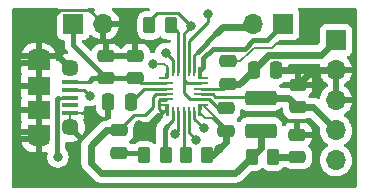
<source format=gbr>
%TF.GenerationSoftware,KiCad,Pcbnew,(6.0.11)*%
%TF.CreationDate,2023-10-05T10:27:58-03:00*%
%TF.ProjectId,gerenciador_de_bateria_2.0,67657265-6e63-4696-9164-6f725f64655f,rev?*%
%TF.SameCoordinates,Original*%
%TF.FileFunction,Copper,L1,Top*%
%TF.FilePolarity,Positive*%
%FSLAX46Y46*%
G04 Gerber Fmt 4.6, Leading zero omitted, Abs format (unit mm)*
G04 Created by KiCad (PCBNEW (6.0.11)) date 2023-10-05 10:27:58*
%MOMM*%
%LPD*%
G01*
G04 APERTURE LIST*
G04 Aperture macros list*
%AMRoundRect*
0 Rectangle with rounded corners*
0 $1 Rounding radius*
0 $2 $3 $4 $5 $6 $7 $8 $9 X,Y pos of 4 corners*
0 Add a 4 corners polygon primitive as box body*
4,1,4,$2,$3,$4,$5,$6,$7,$8,$9,$2,$3,0*
0 Add four circle primitives for the rounded corners*
1,1,$1+$1,$2,$3*
1,1,$1+$1,$4,$5*
1,1,$1+$1,$6,$7*
1,1,$1+$1,$8,$9*
0 Add four rect primitives between the rounded corners*
20,1,$1+$1,$2,$3,$4,$5,0*
20,1,$1+$1,$4,$5,$6,$7,0*
20,1,$1+$1,$6,$7,$8,$9,0*
20,1,$1+$1,$8,$9,$2,$3,0*%
G04 Aperture macros list end*
%TA.AperFunction,SMDPad,CuDef*%
%ADD10R,0.127000X0.127000*%
%TD*%
%TA.AperFunction,SMDPad,CuDef*%
%ADD11R,1.200000X0.200000*%
%TD*%
%TA.AperFunction,SMDPad,CuDef*%
%ADD12R,0.200000X0.800000*%
%TD*%
%TA.AperFunction,SMDPad,CuDef*%
%ADD13RoundRect,0.250000X0.475000X-0.250000X0.475000X0.250000X-0.475000X0.250000X-0.475000X-0.250000X0*%
%TD*%
%TA.AperFunction,SMDPad,CuDef*%
%ADD14RoundRect,0.250000X0.262500X0.450000X-0.262500X0.450000X-0.262500X-0.450000X0.262500X-0.450000X0*%
%TD*%
%TA.AperFunction,ComponentPad*%
%ADD15R,1.700000X1.700000*%
%TD*%
%TA.AperFunction,ComponentPad*%
%ADD16O,1.700000X1.700000*%
%TD*%
%TA.AperFunction,SMDPad,CuDef*%
%ADD17RoundRect,0.250000X-0.475000X0.250000X-0.475000X-0.250000X0.475000X-0.250000X0.475000X0.250000X0*%
%TD*%
%TA.AperFunction,SMDPad,CuDef*%
%ADD18R,1.900000X1.200000*%
%TD*%
%TA.AperFunction,SMDPad,CuDef*%
%ADD19R,1.900000X1.500000*%
%TD*%
%TA.AperFunction,ComponentPad*%
%ADD20C,1.450000*%
%TD*%
%TA.AperFunction,ComponentPad*%
%ADD21O,1.900000X1.200000*%
%TD*%
%TA.AperFunction,SMDPad,CuDef*%
%ADD22R,1.350000X0.400000*%
%TD*%
%TA.AperFunction,SMDPad,CuDef*%
%ADD23RoundRect,0.250000X-0.250000X-0.475000X0.250000X-0.475000X0.250000X0.475000X-0.250000X0.475000X0*%
%TD*%
%TA.AperFunction,SMDPad,CuDef*%
%ADD24RoundRect,0.250000X0.250000X0.475000X-0.250000X0.475000X-0.250000X-0.475000X0.250000X-0.475000X0*%
%TD*%
%TA.AperFunction,SMDPad,CuDef*%
%ADD25RoundRect,0.250000X-0.262500X-0.450000X0.262500X-0.450000X0.262500X0.450000X-0.262500X0.450000X0*%
%TD*%
%TA.AperFunction,SMDPad,CuDef*%
%ADD26RoundRect,0.250000X1.075000X-0.375000X1.075000X0.375000X-1.075000X0.375000X-1.075000X-0.375000X0*%
%TD*%
%TA.AperFunction,ViaPad*%
%ADD27C,0.800000*%
%TD*%
%TA.AperFunction,Conductor*%
%ADD28C,0.250000*%
%TD*%
%TA.AperFunction,Conductor*%
%ADD29C,0.200000*%
%TD*%
%TA.AperFunction,Conductor*%
%ADD30C,0.400000*%
%TD*%
%TA.AperFunction,Conductor*%
%ADD31C,0.600000*%
%TD*%
G04 APERTURE END LIST*
%TO.C,U1*%
G36*
X121650000Y-123825002D02*
G01*
X121150000Y-123825002D01*
X121150000Y-124150002D01*
X121050000Y-124150002D01*
X121050000Y-124650002D01*
X120850000Y-124650002D01*
X120850000Y-123625002D01*
X121650000Y-123625002D01*
X121650000Y-123825002D01*
G37*
G36*
X118350000Y-124649999D02*
G01*
X118150000Y-124649999D01*
X118150000Y-124149999D01*
X118050000Y-124149999D01*
X118050000Y-123824999D01*
X117550000Y-123824999D01*
X117550000Y-123624999D01*
X118350000Y-123624999D01*
X118350000Y-124649999D01*
G37*
G36*
X121050000Y-121049996D02*
G01*
X121150000Y-121049996D01*
X121150000Y-121374996D01*
X121650000Y-121374996D01*
X121650000Y-121574996D01*
X120850000Y-121574996D01*
X120850000Y-120549996D01*
X121050000Y-120549996D01*
X121050000Y-121049996D01*
G37*
G36*
X118350000Y-121424998D02*
G01*
X118200000Y-121574998D01*
X117550000Y-121574998D01*
X117550000Y-121374998D01*
X118050000Y-121374998D01*
X118050000Y-121049998D01*
X118150000Y-121049998D01*
X118150000Y-120549998D01*
X118350000Y-120549998D01*
X118350000Y-121424998D01*
G37*
%TD*%
D10*
%TO.P,U1,1*%
%TO.N,N/C*%
X117950000Y-121474998D03*
D11*
%TO.P,U1,2,IN*%
%TO.N,/VIN*%
X118150000Y-121925000D03*
%TO.P,U1,3,PMID*%
%TO.N,Net-(C3-Pad1)*%
X118150000Y-122374999D03*
%TO.P,U1,4,SW*%
%TO.N,Net-(C5-Pad2)*%
X118150000Y-122825001D03*
%TO.P,U1,5,PGND*%
%TO.N,GNDPWR*%
X118150000Y-123275000D03*
D10*
%TO.P,U1,6*%
%TO.N,N/C*%
X117950000Y-123724999D03*
%TO.P,U1,7,PGND*%
%TO.N,GNDPWR*%
X118250000Y-124249999D03*
D12*
%TO.P,U1,8,BST*%
%TO.N,Net-(R2-Pad1)*%
X118699999Y-124249999D03*
%TO.P,U1,9,STAT*%
%TO.N,Net-(D1-Pad1)*%
X119150001Y-124249999D03*
%TO.P,U1,10,INT*%
%TO.N,Net-(R10-Pad2)*%
X119600000Y-124249999D03*
%TO.P,U1,11,NTC*%
%TO.N,Net-(R4-Pad1)*%
X120049999Y-124249999D03*
%TO.P,U1,12,VNTC*%
%TO.N,Net-(C11-Pad2)*%
X120500001Y-124249999D03*
D10*
%TO.P,U1,13,VREF*%
%TO.N,/VREF*%
X120950000Y-124249999D03*
%TO.P,U1,14,VREF*%
X121250000Y-123725002D03*
D11*
%TO.P,U1,15,AGND*%
%TO.N,GNDA*%
X121050000Y-123275000D03*
%TO.P,U1,16,SYS*%
%TO.N,/SYS*%
X121050000Y-122825001D03*
%TO.P,U1,17,BATT*%
%TO.N,/BATT*%
X121050000Y-122374999D03*
%TO.P,U1,18,CE*%
%TO.N,GNDA*%
X121050000Y-121925000D03*
D10*
%TO.P,U1,19*%
%TO.N,N/C*%
X121250000Y-121475001D03*
%TO.P,U1,20,SCL*%
%TO.N,/SCL*%
X120950000Y-120950001D03*
D12*
%TO.P,U1,21,SDA*%
%TO.N,/SDA*%
X120500001Y-120950001D03*
%TO.P,U1,22,DISC*%
%TO.N,Net-(R1-Pad1)*%
X120049999Y-120950001D03*
%TO.P,U1,23,OTG*%
%TO.N,GNDA*%
X119600000Y-120950001D03*
%TO.P,U1,24,ILIM*%
%TO.N,Net-(RILIM1-Pad1)*%
X119150001Y-120950001D03*
%TO.P,U1,25,DM*%
%TO.N,Net-(U1-Pad25)*%
X118699999Y-120950001D03*
D10*
%TO.P,U1,26,DP*%
%TO.N,Net-(U1-Pad26)*%
X118250000Y-120950001D03*
%TD*%
D13*
%TO.P,C5,1*%
%TO.N,Net-(C5-Pad1)*%
X114120000Y-127800000D03*
%TO.P,C5,2*%
%TO.N,Net-(C5-Pad2)*%
X114120000Y-125900000D03*
%TD*%
D14*
%TO.P,R2,1*%
%TO.N,Net-(R2-Pad1)*%
X118108100Y-128016000D03*
%TO.P,R2,2*%
%TO.N,Net-(C5-Pad1)*%
X116283100Y-128016000D03*
%TD*%
D15*
%TO.P,J1,1,Pin_1*%
%TO.N,/BATT*%
X132500000Y-118267400D03*
D16*
%TO.P,J1,2,Pin_2*%
%TO.N,GNDPWR*%
X132500000Y-120807400D03*
%TO.P,J1,3,Pin_3*%
X132500000Y-123347400D03*
%TO.P,J1,4,Pin_4*%
%TO.N,/SYS*%
X132500000Y-125887400D03*
%TO.P,J1,5,Pin_5*%
%TO.N,/TERM*%
X132500000Y-128427400D03*
%TD*%
D17*
%TO.P,C9,1*%
%TO.N,GNDPWR*%
X123370000Y-120060000D03*
%TO.P,C9,2*%
%TO.N,/BATT*%
X123370000Y-121960000D03*
%TD*%
D18*
%TO.P,USB,6,GND*%
%TO.N,GNDPWR*%
X107322100Y-120233600D03*
D19*
X107322100Y-122133600D03*
D20*
X110022100Y-120633600D03*
D18*
X107322100Y-126033600D03*
D19*
X107322100Y-124133600D03*
D21*
X107322100Y-126633600D03*
X107322100Y-119633600D03*
D20*
X110022100Y-125633600D03*
D22*
%TO.P,USB,5,GND*%
X110022100Y-124433600D03*
%TO.P,USB,4,ID*%
%TO.N,unconnected-(U2-Pad4)*%
X110022100Y-123783600D03*
%TO.P,USB,3,D+*%
%TO.N,Net-(U1-Pad26)*%
X110022100Y-123133600D03*
%TO.P,USB,2,D-*%
%TO.N,Net-(U1-Pad25)*%
X110022100Y-122483600D03*
%TO.P,USB,1,VBUS*%
%TO.N,/VIN*%
X110022100Y-121833600D03*
%TD*%
D23*
%TO.P,C7,1*%
%TO.N,/BATT*%
X125530000Y-120750000D03*
%TO.P,C7,2*%
%TO.N,GNDPWR*%
X127430000Y-120750000D03*
%TD*%
D13*
%TO.P,C12,2*%
%TO.N,GNDPWR*%
X115530000Y-119570000D03*
%TO.P,C12,1*%
%TO.N,/VIN*%
X115530000Y-121470000D03*
%TD*%
D24*
%TO.P,C3,1*%
%TO.N,Net-(C3-Pad1)*%
X115120000Y-123530000D03*
%TO.P,C3,2*%
%TO.N,GNDPWR*%
X113220000Y-123530000D03*
%TD*%
D16*
%TO.P,GNDPWR,2,Pin_2*%
%TO.N,GNDPWR*%
X112820000Y-116870000D03*
D15*
%TO.P,GNDPWR,1,Pin_1*%
%TO.N,/VIN*%
X110280000Y-116870000D03*
%TD*%
D25*
%TO.P,R3,1*%
%TO.N,Net-(C5-Pad2)*%
X125376300Y-128117600D03*
%TO.P,R3,2*%
%TO.N,Net-(C6-Pad1)*%
X127201300Y-128117600D03*
%TD*%
D13*
%TO.P,C10,1*%
%TO.N,/SYS*%
X129270000Y-123940000D03*
%TO.P,C10,2*%
%TO.N,GNDPWR*%
X129270000Y-122040000D03*
%TD*%
D26*
%TO.P,L1,1,1*%
%TO.N,Net-(C5-Pad2)*%
X126140000Y-125920000D03*
%TO.P,L1,2,2*%
%TO.N,/SYS*%
X126140000Y-123120000D03*
%TD*%
D13*
%TO.P,C1,2*%
%TO.N,GNDPWR*%
X113060000Y-119590000D03*
%TO.P,C1,1*%
%TO.N,/VIN*%
X113060000Y-121490000D03*
%TD*%
D14*
%TO.P,RILIM1,2*%
%TO.N,GNDA*%
X116717500Y-117000000D03*
%TO.P,RILIM1,1*%
%TO.N,Net-(RILIM1-Pad1)*%
X118542500Y-117000000D03*
%TD*%
D13*
%TO.P,C4,1*%
%TO.N,/VREF*%
X123190000Y-125918000D03*
%TO.P,C4,2*%
%TO.N,GNDA*%
X123190000Y-124018000D03*
%TD*%
%TO.P,C6,1*%
%TO.N,Net-(C6-Pad1)*%
X129235200Y-128153200D03*
%TO.P,C6,2*%
%TO.N,GNDPWR*%
X129235200Y-126253200D03*
%TD*%
D16*
%TO.P,SDA,2,Pin_2*%
%TO.N,/SDA*%
X125520000Y-116880000D03*
D15*
%TO.P,SDA,1,Pin_1*%
%TO.N,/SCL*%
X128060000Y-116880000D03*
%TD*%
D14*
%TO.P,R10,1*%
%TO.N,/VREF*%
X121613300Y-128016000D03*
%TO.P,R10,2*%
%TO.N,Net-(R10-Pad2)*%
X119788300Y-128016000D03*
%TD*%
D27*
%TO.N,/VREF*%
X122631200Y-127457200D03*
%TO.N,GNDA*%
X120263447Y-117073446D03*
%TO.N,Net-(C11-Pad2)*%
X121305000Y-125705000D03*
%TO.N,Net-(D1-Pad1)*%
X118875500Y-126187200D03*
%TO.N,Net-(R1-Pad1)*%
X121650000Y-116070000D03*
%TO.N,Net-(R4-Pad1)*%
X120670000Y-126695200D03*
%TO.N,GNDPWR*%
X115800631Y-125448705D03*
%TO.N,Net-(U1-Pad25)*%
X118110000Y-119380000D03*
X111640000Y-122950000D03*
%TO.N,Net-(U1-Pad26)*%
X117010000Y-120240000D03*
X108960000Y-128150000D03*
%TD*%
D28*
%TO.N,GNDPWR*%
X117561500Y-123336499D02*
X118150000Y-123336499D01*
X117698000Y-124249999D02*
X117561500Y-124113499D01*
X118180000Y-124249999D02*
X117698000Y-124249999D01*
X117561500Y-124113499D02*
X117561500Y-123336499D01*
X117974400Y-124240000D02*
X117500400Y-124714000D01*
X118180000Y-124240000D02*
X117974400Y-124240000D01*
%TO.N,/SCL*%
X121000000Y-120880000D02*
X121259600Y-120620400D01*
X121259600Y-120620400D02*
X121259600Y-120548400D01*
D29*
%TO.N,/VREF*%
X121250000Y-123790000D02*
X122158800Y-124698800D01*
X122158800Y-124698800D02*
X122158800Y-124851200D01*
X121250000Y-123725002D02*
X121250000Y-123790000D01*
X120950000Y-124249999D02*
X120950000Y-124380000D01*
X120950000Y-124380000D02*
X121421200Y-124851200D01*
X121421200Y-124851200D02*
X122158800Y-124851200D01*
%TO.N,Net-(U1-Pad26)*%
X117970000Y-120240000D02*
X117010000Y-120240000D01*
D28*
%TO.N,/SYS*%
X126057600Y-123037600D02*
X126140000Y-123120000D01*
X122275600Y-123037600D02*
X126057600Y-123037600D01*
X122063001Y-122825001D02*
X122275600Y-123037600D01*
X121050000Y-122825001D02*
X122063001Y-122825001D01*
%TO.N,Net-(C3-Pad1)*%
X118150000Y-122374999D02*
X116275001Y-122374999D01*
X116275001Y-122374999D02*
X115120000Y-123530000D01*
D30*
%TO.N,/VREF*%
X122158800Y-124851200D02*
X123073200Y-125765600D01*
D31*
X123190000Y-126898400D02*
X123190000Y-125765600D01*
X122631200Y-127457200D02*
X123190000Y-126898400D01*
D30*
X123073200Y-125765600D02*
X123190000Y-125765600D01*
D31*
X122072400Y-128016000D02*
X121460900Y-128016000D01*
X122631200Y-127457200D02*
X122072400Y-128016000D01*
D28*
%TO.N,GNDA*%
X121050000Y-123275000D02*
X120165000Y-123275000D01*
X119600000Y-121650002D02*
X119874998Y-121925000D01*
X120263447Y-117073446D02*
X119600000Y-117736893D01*
X119874998Y-121925000D02*
X121050000Y-121925000D01*
X120165000Y-123275000D02*
X119600000Y-122710000D01*
X119600000Y-120950001D02*
X119600000Y-121650002D01*
X119600000Y-122710000D02*
X119600000Y-121650002D01*
X121751000Y-123275000D02*
X122494000Y-124018000D01*
X122494000Y-124018000D02*
X123190000Y-124018000D01*
X117390000Y-115960000D02*
X116717500Y-116632500D01*
X119600000Y-117736893D02*
X119600000Y-120950001D01*
X119150001Y-115960000D02*
X117390000Y-115960000D01*
X120263447Y-117073446D02*
X119150001Y-115960000D01*
X121050000Y-123275000D02*
X121751000Y-123275000D01*
X116717500Y-116632500D02*
X116717500Y-117000000D01*
D30*
%TO.N,Net-(C5-Pad1)*%
X114120000Y-127800000D02*
X116067100Y-127800000D01*
X116067100Y-127800000D02*
X116283100Y-128016000D01*
D31*
%TO.N,/SYS*%
X128450000Y-123120000D02*
X129270000Y-123940000D01*
X129270000Y-123940000D02*
X130552600Y-123940000D01*
X126140000Y-123120000D02*
X128450000Y-123120000D01*
X130552600Y-123940000D02*
X132500000Y-125887400D01*
D28*
%TO.N,Net-(C11-Pad2)*%
X121305000Y-125705000D02*
X120500001Y-124900001D01*
X120500001Y-124900001D02*
X120500001Y-124249999D01*
%TO.N,Net-(D1-Pad1)*%
X118875500Y-126187200D02*
X119150001Y-125912699D01*
X119150001Y-125912699D02*
X119150001Y-124249999D01*
D30*
%TO.N,/SCL*%
X125468000Y-118272000D02*
X124766400Y-118973600D01*
X124766400Y-118973600D02*
X122072400Y-118973600D01*
X128060000Y-116880000D02*
X126668000Y-118272000D01*
X121259600Y-120548400D02*
X121259600Y-119786400D01*
X121259600Y-119786400D02*
X122072400Y-118973600D01*
X126668000Y-118272000D02*
X125468000Y-118272000D01*
D28*
%TO.N,/SDA*%
X120500001Y-120950001D02*
X120500001Y-119529999D01*
X120500001Y-119529999D02*
X120802400Y-119227600D01*
D30*
X120802400Y-119227600D02*
X122377200Y-117652800D01*
D31*
X122377200Y-117652800D02*
X122920000Y-117110000D01*
X122920000Y-117110000D02*
X124650000Y-117110000D01*
D28*
%TO.N,Net-(C5-Pad2)*%
X115440000Y-124580000D02*
X114120000Y-125900000D01*
D31*
X126140000Y-125920000D02*
X126140000Y-127353900D01*
X111750000Y-127200000D02*
X111750000Y-128650000D01*
X114120000Y-125900000D02*
X113050000Y-125900000D01*
X111750000Y-128650000D02*
X112610000Y-129510000D01*
X113050000Y-125900000D02*
X111750000Y-127200000D01*
X123983900Y-129510000D02*
X125376300Y-128117600D01*
D28*
X116992400Y-123952000D02*
X116364400Y-124580000D01*
X116364400Y-124580000D02*
X115440000Y-124580000D01*
D31*
X112610000Y-129510000D02*
X123983900Y-129510000D01*
D28*
X117249999Y-122825001D02*
X116992400Y-123082600D01*
D31*
X126140000Y-127353900D02*
X125376300Y-128117600D01*
D28*
X118150000Y-122825001D02*
X117249999Y-122825001D01*
X116992400Y-123082600D02*
X116992400Y-123952000D01*
%TO.N,Net-(R1-Pad1)*%
X121650000Y-116712905D02*
X120049999Y-118312906D01*
X121650000Y-116070000D02*
X121650000Y-116712905D01*
X120049999Y-118312906D02*
X120049999Y-120950001D01*
%TO.N,Net-(R2-Pad1)*%
X118319000Y-125431000D02*
X118180000Y-125570000D01*
D30*
X118008400Y-125741600D02*
X118008400Y-127304800D01*
D28*
X118699999Y-125050001D02*
X118319000Y-125431000D01*
D30*
X118180000Y-125570000D02*
X118008400Y-125741600D01*
D28*
X118699999Y-124249999D02*
X118699999Y-125050001D01*
D31*
%TO.N,Net-(C6-Pad1)*%
X127201300Y-128117600D02*
X129199600Y-128117600D01*
X129199600Y-128117600D02*
X129235200Y-128153200D01*
D28*
%TO.N,Net-(R4-Pad1)*%
X120049999Y-126075199D02*
X120049999Y-124249999D01*
X120670000Y-126695200D02*
X120049999Y-126075199D01*
%TO.N,Net-(R10-Pad2)*%
X119600000Y-127491200D02*
X119600000Y-124249999D01*
%TO.N,Net-(RILIM1-Pad1)*%
X119150001Y-117607501D02*
X118542500Y-117000000D01*
X119150001Y-119057706D02*
X119150001Y-117607501D01*
X119150001Y-120950001D02*
X119150001Y-119057706D01*
D29*
%TO.N,GNDPWR*%
X128200000Y-118420000D02*
X129290000Y-118420000D01*
X123370000Y-120060000D02*
X124387107Y-120060000D01*
D31*
X132500000Y-120807400D02*
X130502600Y-120807400D01*
D28*
X107322100Y-117477900D02*
X109105000Y-115695000D01*
D29*
X110022100Y-124433600D02*
X110022100Y-125633600D01*
X128200000Y-118420000D02*
X128660000Y-118420000D01*
X127430000Y-118580000D02*
X127590000Y-118420000D01*
X127120000Y-118890000D02*
X127430000Y-118580000D01*
X125198554Y-119248553D02*
X125557107Y-118890000D01*
D31*
X115800631Y-125448705D02*
X116765695Y-125448705D01*
D29*
X126190000Y-118890000D02*
X127120000Y-118890000D01*
D31*
X130502600Y-120807400D02*
X129270000Y-122040000D01*
D29*
X127590000Y-118420000D02*
X128200000Y-118420000D01*
D28*
X111645000Y-115695000D02*
X112820000Y-116870000D01*
D31*
X130445200Y-120750000D02*
X130502600Y-120807400D01*
D29*
X110022100Y-124433600D02*
X111946400Y-124433600D01*
X124387107Y-120060000D02*
X125198554Y-119248553D01*
D31*
X127430000Y-120750000D02*
X130445200Y-120750000D01*
D29*
X129290000Y-118420000D02*
X130610000Y-117100000D01*
X125557107Y-118890000D02*
X126190000Y-118890000D01*
D31*
X116765695Y-125448705D02*
X117500400Y-124714000D01*
D28*
X107322100Y-119633600D02*
X107322100Y-117477900D01*
X109105000Y-115695000D02*
X111645000Y-115695000D01*
%TO.N,Net-(U1-Pad25)*%
X111173600Y-122483600D02*
X110022100Y-122483600D01*
X118699999Y-120950001D02*
X118699999Y-119969999D01*
X118699999Y-119969999D02*
X118110000Y-119380000D01*
X111640000Y-122950000D02*
X111173600Y-122483600D01*
D30*
%TO.N,Net-(U1-Pad26)*%
X108947100Y-123183600D02*
X108897100Y-123233600D01*
X108897100Y-128087100D02*
X108960000Y-128150000D01*
D29*
X117970000Y-120240000D02*
X118250000Y-120520000D01*
D30*
X108897100Y-123233600D02*
X108897100Y-128087100D01*
D28*
X108960000Y-123320700D02*
X109147100Y-123133600D01*
X108960000Y-128150000D02*
X108960000Y-123320700D01*
D29*
X118250000Y-120520000D02*
X118250000Y-120950001D01*
D28*
X109147100Y-123133600D02*
X110022100Y-123133600D01*
%TO.N,/VIN*%
X111546400Y-121833600D02*
X111700000Y-121680000D01*
D30*
X111890000Y-121490000D02*
X113060000Y-121490000D01*
X113060000Y-121490000D02*
X115510000Y-121490000D01*
X110280000Y-116870000D02*
X110280000Y-118710000D01*
X110280000Y-118710000D02*
X113060000Y-121490000D01*
D28*
X115985000Y-121925000D02*
X115530000Y-121470000D01*
X111496400Y-121833600D02*
X111546400Y-121833600D01*
X110022100Y-121833600D02*
X111496400Y-121833600D01*
D30*
X115510000Y-121490000D02*
X115530000Y-121470000D01*
X111700000Y-121680000D02*
X111890000Y-121490000D01*
D28*
X118150000Y-121925000D02*
X115985000Y-121925000D01*
%TO.N,/BATT*%
X122955001Y-122374999D02*
X121050000Y-122374999D01*
D31*
X124320000Y-121960000D02*
X125530000Y-120750000D01*
X123370000Y-121960000D02*
X124320000Y-121960000D01*
X126790000Y-119490000D02*
X131277400Y-119490000D01*
X131277400Y-119490000D02*
X132500000Y-118267400D01*
D28*
X123370000Y-121960000D02*
X122955001Y-122374999D01*
D31*
X125530000Y-120750000D02*
X126790000Y-119490000D01*
%TD*%
%TA.AperFunction,Conductor*%
%TO.N,GNDPWR*%
G36*
X108994068Y-115528502D02*
G01*
X109040561Y-115582158D01*
X109050665Y-115652432D01*
X109026773Y-115710065D01*
X109004753Y-115739447D01*
X108979385Y-115773295D01*
X108928255Y-115909684D01*
X108921500Y-115971866D01*
X108921500Y-117768134D01*
X108928255Y-117830316D01*
X108979385Y-117966705D01*
X109066739Y-118083261D01*
X109183295Y-118170615D01*
X109319684Y-118221745D01*
X109381866Y-118228500D01*
X109445500Y-118228500D01*
X109513621Y-118248502D01*
X109560114Y-118302158D01*
X109571500Y-118354500D01*
X109571500Y-118681088D01*
X109571208Y-118689658D01*
X109567964Y-118737249D01*
X109567275Y-118747352D01*
X109568580Y-118754829D01*
X109568580Y-118754830D01*
X109578261Y-118810299D01*
X109579223Y-118816821D01*
X109586898Y-118880242D01*
X109589581Y-118887343D01*
X109590222Y-118889952D01*
X109594685Y-118906262D01*
X109595450Y-118908798D01*
X109596757Y-118916284D01*
X109599811Y-118923241D01*
X109622442Y-118974795D01*
X109624933Y-118980899D01*
X109647513Y-119040656D01*
X109651817Y-119046919D01*
X109653054Y-119049285D01*
X109661299Y-119064097D01*
X109662632Y-119066351D01*
X109665685Y-119073305D01*
X109687153Y-119101281D01*
X109704579Y-119123991D01*
X109708459Y-119129332D01*
X109740339Y-119175720D01*
X109740344Y-119175725D01*
X109744643Y-119181981D01*
X109785549Y-119218427D01*
X109823104Y-119278674D01*
X109822125Y-119349664D01*
X109782921Y-119408855D01*
X109734341Y-119434209D01*
X109604088Y-119469110D01*
X109593796Y-119472856D01*
X109408232Y-119559386D01*
X109398737Y-119564869D01*
X109362903Y-119589960D01*
X109354527Y-119600439D01*
X109361595Y-119613885D01*
X110292215Y-120544505D01*
X110326241Y-120606817D01*
X110321176Y-120677632D01*
X110292215Y-120722695D01*
X110111195Y-120903715D01*
X110048883Y-120937741D01*
X109978068Y-120932676D01*
X109933005Y-120903715D01*
X109001664Y-119972374D01*
X108989890Y-119965944D01*
X108979339Y-119974107D01*
X108913221Y-119999970D01*
X108843616Y-119985982D01*
X108792623Y-119936583D01*
X108781342Y-119909948D01*
X108775625Y-119890476D01*
X108774234Y-119889271D01*
X108766551Y-119887600D01*
X107594215Y-119887600D01*
X107578976Y-119892075D01*
X107577771Y-119893465D01*
X107576100Y-119901148D01*
X107576100Y-127723485D01*
X107580575Y-127738724D01*
X107581965Y-127739929D01*
X107589648Y-127741600D01*
X107721932Y-127741600D01*
X107727908Y-127741315D01*
X107876594Y-127727129D01*
X107888328Y-127724870D01*
X107940628Y-127709527D01*
X108011624Y-127709544D01*
X108071341Y-127747942D01*
X108100819Y-127812530D01*
X108095930Y-127869367D01*
X108066458Y-127960072D01*
X108065768Y-127966633D01*
X108065768Y-127966635D01*
X108047552Y-128139949D01*
X108046496Y-128150000D01*
X108047186Y-128156565D01*
X108065212Y-128328070D01*
X108066458Y-128339928D01*
X108125473Y-128521556D01*
X108128776Y-128527278D01*
X108128777Y-128527279D01*
X108146549Y-128558061D01*
X108220960Y-128686944D01*
X108225378Y-128691851D01*
X108225379Y-128691852D01*
X108299872Y-128774585D01*
X108348747Y-128828866D01*
X108421443Y-128881683D01*
X108493249Y-128933853D01*
X108503248Y-128941118D01*
X108509276Y-128943802D01*
X108509278Y-128943803D01*
X108671681Y-129016109D01*
X108677712Y-129018794D01*
X108771113Y-129038647D01*
X108858056Y-129057128D01*
X108858061Y-129057128D01*
X108864513Y-129058500D01*
X109055487Y-129058500D01*
X109061939Y-129057128D01*
X109061944Y-129057128D01*
X109148887Y-129038647D01*
X109242288Y-129018794D01*
X109248319Y-129016109D01*
X109410722Y-128943803D01*
X109410724Y-128943802D01*
X109416752Y-128941118D01*
X109426752Y-128933853D01*
X109498557Y-128881683D01*
X109571253Y-128828866D01*
X109620128Y-128774585D01*
X109694621Y-128691852D01*
X109694622Y-128691851D01*
X109699040Y-128686944D01*
X109773451Y-128558061D01*
X109791223Y-128527279D01*
X109791224Y-128527278D01*
X109794527Y-128521556D01*
X109853542Y-128339928D01*
X109854789Y-128328070D01*
X109872814Y-128156565D01*
X109873504Y-128150000D01*
X109872448Y-128139949D01*
X109854232Y-127966635D01*
X109854232Y-127966633D01*
X109853542Y-127960072D01*
X109794527Y-127778444D01*
X109780461Y-127754080D01*
X109702341Y-127618774D01*
X109699040Y-127613056D01*
X109679953Y-127591857D01*
X109637964Y-127545224D01*
X109607246Y-127481217D01*
X109605600Y-127460914D01*
X109605600Y-126962701D01*
X109625602Y-126894580D01*
X109679258Y-126848087D01*
X109749532Y-126837983D01*
X109764211Y-126840994D01*
X109801859Y-126851082D01*
X109812654Y-126852985D01*
X110016625Y-126870831D01*
X110027575Y-126870831D01*
X110231546Y-126852985D01*
X110242341Y-126851082D01*
X110440112Y-126798090D01*
X110450404Y-126794344D01*
X110635968Y-126707814D01*
X110645463Y-126702331D01*
X110681297Y-126677240D01*
X110689673Y-126666761D01*
X110682605Y-126653315D01*
X109751985Y-125722695D01*
X109717959Y-125660383D01*
X109723024Y-125589568D01*
X109751985Y-125544505D01*
X109933005Y-125363485D01*
X109995317Y-125329459D01*
X110066132Y-125334524D01*
X110111195Y-125363485D01*
X111042536Y-126294826D01*
X111054311Y-126301256D01*
X111066326Y-126291960D01*
X111090831Y-126256963D01*
X111096314Y-126247468D01*
X111182844Y-126061904D01*
X111186590Y-126051612D01*
X111239582Y-125853841D01*
X111241485Y-125843046D01*
X111259331Y-125639075D01*
X111259331Y-125628125D01*
X111241485Y-125424154D01*
X111239582Y-125413359D01*
X111186590Y-125215588D01*
X111182844Y-125205296D01*
X111107611Y-125043959D01*
X111096950Y-124973767D01*
X111120979Y-124915145D01*
X111141886Y-124887248D01*
X111150424Y-124871654D01*
X111195578Y-124751206D01*
X111199205Y-124735951D01*
X111204731Y-124685086D01*
X111205100Y-124678272D01*
X111205100Y-124651715D01*
X111200625Y-124636476D01*
X111199235Y-124635271D01*
X111191552Y-124633600D01*
X111055984Y-124633600D01*
X110987863Y-124613598D01*
X110941370Y-124559942D01*
X110931266Y-124489668D01*
X110960760Y-124425088D01*
X110980419Y-124406774D01*
X110998178Y-124393465D01*
X111060361Y-124346861D01*
X111108342Y-124282840D01*
X111165201Y-124240325D01*
X111173670Y-124237509D01*
X111202223Y-124229125D01*
X111203428Y-124227735D01*
X111205099Y-124220052D01*
X111205099Y-124188931D01*
X111204729Y-124182110D01*
X111198352Y-124123393D01*
X111201098Y-124123095D01*
X111201040Y-124094154D01*
X111198845Y-124093916D01*
X111205231Y-124035131D01*
X111205600Y-124031734D01*
X111205600Y-123942059D01*
X111225602Y-123873938D01*
X111279258Y-123827445D01*
X111349532Y-123817341D01*
X111357797Y-123818812D01*
X111538056Y-123857128D01*
X111538061Y-123857128D01*
X111544513Y-123858500D01*
X111735487Y-123858500D01*
X111741939Y-123857128D01*
X111741944Y-123857128D01*
X111828888Y-123838647D01*
X111922288Y-123818794D01*
X112034752Y-123768722D01*
X112105119Y-123759288D01*
X112169416Y-123789394D01*
X112207230Y-123849483D01*
X112212001Y-123883829D01*
X112212001Y-124052095D01*
X112212338Y-124058614D01*
X112222257Y-124154206D01*
X112225149Y-124167600D01*
X112276588Y-124321784D01*
X112282761Y-124334962D01*
X112368063Y-124472807D01*
X112377099Y-124484208D01*
X112491829Y-124598739D01*
X112503240Y-124607751D01*
X112641243Y-124692816D01*
X112654424Y-124698963D01*
X112808710Y-124750138D01*
X112822086Y-124753005D01*
X112916438Y-124762672D01*
X112922854Y-124763000D01*
X112947885Y-124763000D01*
X112963124Y-124758525D01*
X112964329Y-124757135D01*
X112966000Y-124749452D01*
X112966000Y-123402000D01*
X112986002Y-123333879D01*
X113039658Y-123287386D01*
X113092000Y-123276000D01*
X113348000Y-123276000D01*
X113416121Y-123296002D01*
X113462614Y-123349658D01*
X113474000Y-123402000D01*
X113474000Y-124744884D01*
X113483239Y-124776349D01*
X113483239Y-124847345D01*
X113444855Y-124907072D01*
X113402220Y-124931370D01*
X113328007Y-124956130D01*
X113328005Y-124956131D01*
X113321054Y-124958450D01*
X113239415Y-125008970D01*
X113180429Y-125045472D01*
X113170652Y-125051522D01*
X113165479Y-125056704D01*
X113159745Y-125061249D01*
X113158419Y-125059576D01*
X113105375Y-125088598D01*
X113078489Y-125091500D01*
X113059260Y-125091500D01*
X113057941Y-125091493D01*
X112967779Y-125090549D01*
X112960893Y-125092038D01*
X112960891Y-125092038D01*
X112951563Y-125094055D01*
X112925403Y-125099711D01*
X112912837Y-125101769D01*
X112869745Y-125106603D01*
X112863094Y-125108919D01*
X112863090Y-125108920D01*
X112838070Y-125117633D01*
X112823257Y-125121796D01*
X112790490Y-125128881D01*
X112751189Y-125147207D01*
X112739406Y-125151992D01*
X112698448Y-125166255D01*
X112692471Y-125169990D01*
X112670016Y-125184021D01*
X112656499Y-125191360D01*
X112632481Y-125202560D01*
X112632477Y-125202562D01*
X112626098Y-125205537D01*
X112620534Y-125209853D01*
X112620532Y-125209854D01*
X112591840Y-125232109D01*
X112581385Y-125239403D01*
X112563780Y-125250404D01*
X112544624Y-125262374D01*
X112539627Y-125267336D01*
X112539626Y-125267337D01*
X112515821Y-125290976D01*
X112515196Y-125291561D01*
X112514530Y-125292078D01*
X112488540Y-125318068D01*
X112415918Y-125390185D01*
X112415260Y-125391222D01*
X112414157Y-125392451D01*
X111184842Y-126621766D01*
X111183905Y-126622694D01*
X111124935Y-126680442D01*
X111119493Y-126685771D01*
X111096002Y-126722221D01*
X111088583Y-126732546D01*
X111061524Y-126766443D01*
X111058459Y-126772784D01*
X111058458Y-126772785D01*
X111046928Y-126796637D01*
X111039399Y-126810054D01*
X111021235Y-126838238D01*
X111018827Y-126844855D01*
X111018824Y-126844860D01*
X111006408Y-126878973D01*
X111001447Y-126890716D01*
X110985646Y-126923403D01*
X110985644Y-126923408D01*
X110982579Y-126929749D01*
X110980996Y-126936607D01*
X110980995Y-126936609D01*
X110975035Y-126962426D01*
X110970668Y-126977169D01*
X110959197Y-127008685D01*
X110958314Y-127015675D01*
X110958312Y-127015683D01*
X110953762Y-127051701D01*
X110951526Y-127064253D01*
X110944121Y-127096329D01*
X110941776Y-127106485D01*
X110941751Y-127113531D01*
X110941751Y-127113534D01*
X110941634Y-127147056D01*
X110941605Y-127147938D01*
X110941500Y-127148769D01*
X110941500Y-127185419D01*
X110941499Y-127185859D01*
X110941192Y-127273907D01*
X110941143Y-127287870D01*
X110941411Y-127289070D01*
X110941500Y-127290707D01*
X110941500Y-128640786D01*
X110941493Y-128642106D01*
X110940549Y-128732221D01*
X110949711Y-128774597D01*
X110951769Y-128787163D01*
X110956603Y-128830255D01*
X110958919Y-128836906D01*
X110958920Y-128836910D01*
X110967633Y-128861930D01*
X110971796Y-128876742D01*
X110978881Y-128909510D01*
X110997208Y-128948813D01*
X111001990Y-128960589D01*
X111016255Y-129001552D01*
X111019989Y-129007527D01*
X111019990Y-129007530D01*
X111034027Y-129029995D01*
X111041366Y-129043512D01*
X111052559Y-129067514D01*
X111055538Y-129073902D01*
X111059855Y-129079467D01*
X111059856Y-129079469D01*
X111082106Y-129108153D01*
X111089402Y-129118612D01*
X111108106Y-129148545D01*
X111112374Y-129155376D01*
X111117334Y-129160371D01*
X111117335Y-129160372D01*
X111140976Y-129184179D01*
X111141561Y-129184804D01*
X111142078Y-129185470D01*
X111168064Y-129211456D01*
X111192825Y-129236390D01*
X111240185Y-129284082D01*
X111241222Y-129284740D01*
X111242446Y-129285838D01*
X112031720Y-130075111D01*
X112032649Y-130076049D01*
X112072021Y-130116254D01*
X112095771Y-130140507D01*
X112101690Y-130144322D01*
X112101698Y-130144328D01*
X112132214Y-130163994D01*
X112142559Y-130171427D01*
X112176443Y-130198476D01*
X112182782Y-130201540D01*
X112182783Y-130201541D01*
X112206637Y-130213072D01*
X112220054Y-130220601D01*
X112248238Y-130238765D01*
X112254855Y-130241173D01*
X112254860Y-130241176D01*
X112288973Y-130253592D01*
X112300716Y-130258553D01*
X112333400Y-130274353D01*
X112333409Y-130274356D01*
X112339749Y-130277421D01*
X112346614Y-130279006D01*
X112372428Y-130284966D01*
X112387168Y-130289332D01*
X112418685Y-130300803D01*
X112425670Y-130301685D01*
X112425677Y-130301687D01*
X112461692Y-130306237D01*
X112474243Y-130308472D01*
X112516485Y-130318225D01*
X112523529Y-130318250D01*
X112523533Y-130318250D01*
X112557074Y-130318367D01*
X112557943Y-130318396D01*
X112558769Y-130318500D01*
X112595133Y-130318500D01*
X112595573Y-130318501D01*
X112694336Y-130318846D01*
X112694342Y-130318846D01*
X112697870Y-130318858D01*
X112699073Y-130318589D01*
X112700717Y-130318500D01*
X123974686Y-130318500D01*
X123976006Y-130318507D01*
X124066121Y-130319451D01*
X124108497Y-130310289D01*
X124121063Y-130308231D01*
X124164155Y-130303397D01*
X124170806Y-130301081D01*
X124170810Y-130301080D01*
X124195830Y-130292367D01*
X124210642Y-130288204D01*
X124236519Y-130282609D01*
X124243410Y-130281119D01*
X124282713Y-130262792D01*
X124294489Y-130258010D01*
X124335452Y-130243745D01*
X124341427Y-130240011D01*
X124341430Y-130240010D01*
X124363895Y-130225973D01*
X124377412Y-130218634D01*
X124401414Y-130207441D01*
X124401415Y-130207440D01*
X124407802Y-130204462D01*
X124442053Y-130177894D01*
X124452512Y-130170598D01*
X124483304Y-130151358D01*
X124483307Y-130151356D01*
X124489276Y-130147626D01*
X124518079Y-130119024D01*
X124518704Y-130118439D01*
X124519370Y-130117922D01*
X124545360Y-130091932D01*
X124617982Y-130019815D01*
X124618640Y-130018778D01*
X124619743Y-130017549D01*
X125274287Y-129363005D01*
X125336599Y-129328979D01*
X125363382Y-129326100D01*
X125689200Y-129326100D01*
X125692446Y-129325763D01*
X125692450Y-129325763D01*
X125788108Y-129315838D01*
X125788112Y-129315837D01*
X125794966Y-129315126D01*
X125801502Y-129312945D01*
X125801504Y-129312945D01*
X125933606Y-129268872D01*
X125962746Y-129259150D01*
X126113148Y-129166078D01*
X126199584Y-129079491D01*
X126261866Y-129045412D01*
X126332686Y-129050415D01*
X126377775Y-129079336D01*
X126411694Y-129113196D01*
X126465497Y-129166905D01*
X126471727Y-129170745D01*
X126471728Y-129170746D01*
X126608890Y-129255294D01*
X126616062Y-129259715D01*
X126681995Y-129281584D01*
X126777411Y-129313232D01*
X126777413Y-129313232D01*
X126783939Y-129315397D01*
X126790775Y-129316097D01*
X126790778Y-129316098D01*
X126833831Y-129320509D01*
X126888400Y-129326100D01*
X127514200Y-129326100D01*
X127517446Y-129325763D01*
X127517450Y-129325763D01*
X127613108Y-129315838D01*
X127613112Y-129315837D01*
X127619966Y-129315126D01*
X127626502Y-129312945D01*
X127626504Y-129312945D01*
X127758606Y-129268872D01*
X127787746Y-129259150D01*
X127938148Y-129166078D01*
X128063105Y-129040903D01*
X128079440Y-129014403D01*
X128132213Y-128966909D01*
X128202284Y-128955486D01*
X128267408Y-128983761D01*
X128275716Y-128991344D01*
X128281715Y-128997333D01*
X128281720Y-128997337D01*
X128286897Y-129002505D01*
X128293127Y-129006345D01*
X128293128Y-129006346D01*
X128430290Y-129090894D01*
X128437462Y-129095315D01*
X128476168Y-129108153D01*
X128598811Y-129148832D01*
X128598813Y-129148832D01*
X128605339Y-129150997D01*
X128612175Y-129151697D01*
X128612178Y-129151698D01*
X128655231Y-129156109D01*
X128709800Y-129161700D01*
X129760600Y-129161700D01*
X129763846Y-129161363D01*
X129763850Y-129161363D01*
X129859508Y-129151438D01*
X129859512Y-129151437D01*
X129866366Y-129150726D01*
X129872902Y-129148545D01*
X129872904Y-129148545D01*
X130005006Y-129104472D01*
X130034146Y-129094750D01*
X130184548Y-129001678D01*
X130309505Y-128876503D01*
X130335064Y-128835039D01*
X130398475Y-128732168D01*
X130398476Y-128732166D01*
X130402315Y-128725938D01*
X130430342Y-128641438D01*
X130455832Y-128564589D01*
X130455832Y-128564587D01*
X130457997Y-128558061D01*
X130468700Y-128453600D01*
X130468700Y-127852800D01*
X130466799Y-127834479D01*
X130458438Y-127753892D01*
X130458437Y-127753888D01*
X130457726Y-127747034D01*
X130453957Y-127735735D01*
X130404068Y-127586202D01*
X130401750Y-127579254D01*
X130308678Y-127428852D01*
X130272791Y-127393027D01*
X130188686Y-127309069D01*
X130183503Y-127303895D01*
X130178965Y-127301098D01*
X130138376Y-127243847D01*
X130135146Y-127172924D01*
X130170772Y-127111513D01*
X130179268Y-127104138D01*
X130189407Y-127096102D01*
X130303939Y-126981371D01*
X130312951Y-126969960D01*
X130398016Y-126831957D01*
X130404163Y-126818776D01*
X130455338Y-126664490D01*
X130458205Y-126651114D01*
X130467872Y-126556762D01*
X130468200Y-126550346D01*
X130468200Y-126525315D01*
X130463725Y-126510076D01*
X130462335Y-126508871D01*
X130454652Y-126507200D01*
X129107200Y-126507200D01*
X129039079Y-126487198D01*
X128992586Y-126433542D01*
X128981200Y-126381200D01*
X128981200Y-125981085D01*
X129489200Y-125981085D01*
X129493675Y-125996324D01*
X129495065Y-125997529D01*
X129502748Y-125999200D01*
X130450084Y-125999200D01*
X130465323Y-125994725D01*
X130466528Y-125993335D01*
X130468199Y-125985652D01*
X130468199Y-125956105D01*
X130467862Y-125949586D01*
X130457943Y-125853994D01*
X130455051Y-125840600D01*
X130403612Y-125686416D01*
X130397439Y-125673238D01*
X130312137Y-125535393D01*
X130303101Y-125523992D01*
X130188371Y-125409461D01*
X130176960Y-125400449D01*
X130038957Y-125315384D01*
X130025776Y-125309237D01*
X129871490Y-125258062D01*
X129858114Y-125255195D01*
X129763762Y-125245528D01*
X129757345Y-125245200D01*
X129507315Y-125245200D01*
X129492076Y-125249675D01*
X129490871Y-125251065D01*
X129489200Y-125258748D01*
X129489200Y-125981085D01*
X128981200Y-125981085D01*
X128981200Y-125263316D01*
X128976725Y-125248077D01*
X128975335Y-125246872D01*
X128967652Y-125245201D01*
X128713105Y-125245201D01*
X128706586Y-125245538D01*
X128610994Y-125255457D01*
X128597600Y-125258349D01*
X128443416Y-125309788D01*
X128430238Y-125315961D01*
X128292393Y-125401263D01*
X128280992Y-125410299D01*
X128181688Y-125509776D01*
X128119405Y-125543855D01*
X128048585Y-125538852D01*
X127991713Y-125496355D01*
X127967188Y-125433763D01*
X127965865Y-125421013D01*
X127962526Y-125388834D01*
X127959941Y-125381084D01*
X127908868Y-125228002D01*
X127906550Y-125221054D01*
X127813478Y-125070652D01*
X127688303Y-124945695D01*
X127682072Y-124941854D01*
X127543968Y-124856725D01*
X127543966Y-124856724D01*
X127537738Y-124852885D01*
X127400873Y-124807489D01*
X127376389Y-124799368D01*
X127376387Y-124799368D01*
X127369861Y-124797203D01*
X127363025Y-124796503D01*
X127363022Y-124796502D01*
X127319969Y-124792091D01*
X127265400Y-124786500D01*
X125014600Y-124786500D01*
X125011354Y-124786837D01*
X125011350Y-124786837D01*
X124915692Y-124796762D01*
X124915688Y-124796763D01*
X124908834Y-124797474D01*
X124902298Y-124799655D01*
X124902296Y-124799655D01*
X124822354Y-124826326D01*
X124741054Y-124853450D01*
X124590652Y-124946522D01*
X124465695Y-125071697D01*
X124461855Y-125077927D01*
X124461854Y-125077928D01*
X124425693Y-125136592D01*
X124372921Y-125184085D01*
X124302849Y-125195509D01*
X124237725Y-125167235D01*
X124229423Y-125159656D01*
X124138303Y-125068695D01*
X124134084Y-125066094D01*
X124093583Y-125008970D01*
X124090351Y-124938047D01*
X124125976Y-124876635D01*
X124133530Y-124870078D01*
X124139348Y-124866478D01*
X124264305Y-124741303D01*
X124268146Y-124735072D01*
X124353275Y-124596968D01*
X124353276Y-124596966D01*
X124357115Y-124590738D01*
X124398630Y-124465574D01*
X124410632Y-124429389D01*
X124410632Y-124429387D01*
X124412797Y-124422861D01*
X124416724Y-124384539D01*
X124419985Y-124352704D01*
X124423500Y-124318400D01*
X124423500Y-124216309D01*
X124443502Y-124148188D01*
X124497158Y-124101695D01*
X124567432Y-124091591D01*
X124615616Y-124109049D01*
X124735090Y-124182694D01*
X124742262Y-124187115D01*
X124822005Y-124213564D01*
X124903611Y-124240632D01*
X124903613Y-124240632D01*
X124910139Y-124242797D01*
X124916975Y-124243497D01*
X124916978Y-124243498D01*
X124960031Y-124247909D01*
X125014600Y-124253500D01*
X127265400Y-124253500D01*
X127268646Y-124253163D01*
X127268650Y-124253163D01*
X127364308Y-124243238D01*
X127364312Y-124243237D01*
X127371166Y-124242526D01*
X127377702Y-124240345D01*
X127377704Y-124240345D01*
X127509806Y-124196272D01*
X127538946Y-124186550D01*
X127689348Y-124093478D01*
X127814305Y-123968303D01*
X127815945Y-123969941D01*
X127864744Y-123935344D01*
X127905706Y-123928500D01*
X127910500Y-123928500D01*
X127978621Y-123948502D01*
X128025114Y-124002158D01*
X128036500Y-124054500D01*
X128036500Y-124240400D01*
X128036837Y-124243646D01*
X128036837Y-124243650D01*
X128046312Y-124334962D01*
X128047474Y-124346166D01*
X128049655Y-124352702D01*
X128049655Y-124352704D01*
X128078186Y-124438220D01*
X128103450Y-124513946D01*
X128196522Y-124664348D01*
X128201704Y-124669521D01*
X128217296Y-124685086D01*
X128321697Y-124789305D01*
X128327927Y-124793145D01*
X128327928Y-124793146D01*
X128465095Y-124877697D01*
X128472262Y-124882115D01*
X128525771Y-124899863D01*
X128633611Y-124935632D01*
X128633613Y-124935632D01*
X128640139Y-124937797D01*
X128646975Y-124938497D01*
X128646978Y-124938498D01*
X128679735Y-124941854D01*
X128744600Y-124948500D01*
X129795400Y-124948500D01*
X129798646Y-124948163D01*
X129798650Y-124948163D01*
X129894308Y-124938238D01*
X129894312Y-124938237D01*
X129901166Y-124937526D01*
X129907702Y-124935345D01*
X129907704Y-124935345D01*
X130051867Y-124887248D01*
X130068946Y-124881550D01*
X130158187Y-124826326D01*
X130226638Y-124807489D01*
X130294408Y-124828651D01*
X130313584Y-124844376D01*
X131112622Y-125643414D01*
X131146648Y-125705726D01*
X131148814Y-125745895D01*
X131137251Y-125854095D01*
X131137548Y-125859248D01*
X131137548Y-125859251D01*
X131149233Y-126061904D01*
X131150110Y-126077115D01*
X131151247Y-126082161D01*
X131151248Y-126082167D01*
X131171119Y-126170339D01*
X131199222Y-126295039D01*
X131255462Y-126433542D01*
X131271378Y-126472738D01*
X131283266Y-126502016D01*
X131334019Y-126584838D01*
X131384222Y-126666761D01*
X131399987Y-126692488D01*
X131546250Y-126861338D01*
X131677052Y-126969932D01*
X131711798Y-126998778D01*
X131718126Y-127004032D01*
X131742675Y-127018377D01*
X131791445Y-127046876D01*
X131840169Y-127098514D01*
X131853240Y-127168297D01*
X131826509Y-127234069D01*
X131786055Y-127267427D01*
X131773607Y-127273907D01*
X131769474Y-127277010D01*
X131769471Y-127277012D01*
X131599100Y-127404930D01*
X131594965Y-127408035D01*
X131591393Y-127411773D01*
X131473738Y-127534892D01*
X131440629Y-127569538D01*
X131437715Y-127573810D01*
X131437714Y-127573811D01*
X131425404Y-127591857D01*
X131314743Y-127754080D01*
X131220688Y-127956705D01*
X131160989Y-128171970D01*
X131137251Y-128394095D01*
X131137548Y-128399248D01*
X131137548Y-128399251D01*
X131143574Y-128503761D01*
X131150110Y-128617115D01*
X131151247Y-128622161D01*
X131151248Y-128622167D01*
X131165847Y-128686944D01*
X131199222Y-128835039D01*
X131259611Y-128983761D01*
X131281038Y-129036528D01*
X131283266Y-129042016D01*
X131323795Y-129108153D01*
X131387099Y-129211456D01*
X131399987Y-129232488D01*
X131546250Y-129401338D01*
X131718126Y-129544032D01*
X131911000Y-129656738D01*
X132119692Y-129736430D01*
X132124760Y-129737461D01*
X132124763Y-129737462D01*
X132232017Y-129759283D01*
X132338597Y-129780967D01*
X132343772Y-129781157D01*
X132343774Y-129781157D01*
X132556673Y-129788964D01*
X132556677Y-129788964D01*
X132561837Y-129789153D01*
X132566957Y-129788497D01*
X132566959Y-129788497D01*
X132778288Y-129761425D01*
X132778289Y-129761425D01*
X132783416Y-129760768D01*
X132788366Y-129759283D01*
X132992429Y-129698061D01*
X132992434Y-129698059D01*
X132997384Y-129696574D01*
X133197994Y-129598296D01*
X133379860Y-129468573D01*
X133538096Y-129310889D01*
X133556729Y-129284959D01*
X133665435Y-129133677D01*
X133668453Y-129129477D01*
X133684471Y-129097068D01*
X133765136Y-128933853D01*
X133765137Y-128933851D01*
X133767430Y-128929211D01*
X133827280Y-128732221D01*
X133830865Y-128720423D01*
X133830865Y-128720421D01*
X133832370Y-128715469D01*
X133861529Y-128493990D01*
X133861611Y-128490640D01*
X133863074Y-128430765D01*
X133863074Y-128430761D01*
X133863156Y-128427400D01*
X133844852Y-128204761D01*
X133790431Y-127988102D01*
X133701354Y-127783240D01*
X133594956Y-127618774D01*
X133582822Y-127600017D01*
X133582820Y-127600014D01*
X133580014Y-127595677D01*
X133429670Y-127430451D01*
X133425619Y-127427252D01*
X133425615Y-127427248D01*
X133258414Y-127295200D01*
X133258410Y-127295198D01*
X133254359Y-127291998D01*
X133213053Y-127269196D01*
X133163084Y-127218764D01*
X133148312Y-127149321D01*
X133173428Y-127082916D01*
X133200780Y-127056309D01*
X133253959Y-127018377D01*
X133379860Y-126928573D01*
X133418091Y-126890476D01*
X133502309Y-126806551D01*
X133538096Y-126770889D01*
X133546902Y-126758635D01*
X133665435Y-126593677D01*
X133668453Y-126589477D01*
X133745521Y-126433542D01*
X133765136Y-126393853D01*
X133765137Y-126393851D01*
X133767430Y-126389211D01*
X133832370Y-126175469D01*
X133861529Y-125953990D01*
X133863156Y-125887400D01*
X133844852Y-125664761D01*
X133790431Y-125448102D01*
X133701354Y-125243240D01*
X133650053Y-125163940D01*
X133582822Y-125060017D01*
X133582820Y-125060014D01*
X133580014Y-125055677D01*
X133429670Y-124890451D01*
X133425619Y-124887252D01*
X133425615Y-124887248D01*
X133258414Y-124755200D01*
X133258410Y-124755198D01*
X133254359Y-124751998D01*
X133212569Y-124728929D01*
X133162598Y-124678497D01*
X133147826Y-124609054D01*
X133172942Y-124542648D01*
X133200294Y-124516041D01*
X133375328Y-124391192D01*
X133383200Y-124384539D01*
X133534052Y-124234212D01*
X133540730Y-124226365D01*
X133665003Y-124053420D01*
X133670313Y-124044583D01*
X133764670Y-123853667D01*
X133768469Y-123844072D01*
X133830377Y-123640310D01*
X133832555Y-123630237D01*
X133833986Y-123619362D01*
X133831775Y-123605178D01*
X133818617Y-123601400D01*
X132372000Y-123601400D01*
X132303879Y-123581398D01*
X132257386Y-123527742D01*
X132246000Y-123475400D01*
X132246000Y-123075285D01*
X132754000Y-123075285D01*
X132758475Y-123090524D01*
X132759865Y-123091729D01*
X132767548Y-123093400D01*
X133818344Y-123093400D01*
X133831875Y-123089427D01*
X133833180Y-123080347D01*
X133791214Y-122913275D01*
X133787894Y-122903524D01*
X133702972Y-122708214D01*
X133698105Y-122699139D01*
X133582426Y-122520326D01*
X133576136Y-122512157D01*
X133432806Y-122354640D01*
X133425273Y-122347615D01*
X133258139Y-122215622D01*
X133249552Y-122209917D01*
X133212116Y-122189251D01*
X133162146Y-122138819D01*
X133147374Y-122069376D01*
X133172490Y-122002971D01*
X133199842Y-121976364D01*
X133375327Y-121851192D01*
X133383200Y-121844539D01*
X133534052Y-121694212D01*
X133540730Y-121686365D01*
X133665003Y-121513420D01*
X133670313Y-121504583D01*
X133764670Y-121313667D01*
X133768469Y-121304072D01*
X133830377Y-121100310D01*
X133832555Y-121090237D01*
X133833986Y-121079362D01*
X133831775Y-121065178D01*
X133818617Y-121061400D01*
X132772115Y-121061400D01*
X132756876Y-121065875D01*
X132755671Y-121067265D01*
X132754000Y-121074948D01*
X132754000Y-123075285D01*
X132246000Y-123075285D01*
X132246000Y-121079515D01*
X132241525Y-121064276D01*
X132240135Y-121063071D01*
X132232452Y-121061400D01*
X131183225Y-121061400D01*
X131169694Y-121065373D01*
X131168257Y-121075366D01*
X131198565Y-121209846D01*
X131201645Y-121219675D01*
X131281770Y-121417003D01*
X131286413Y-121426194D01*
X131397694Y-121607788D01*
X131403777Y-121616099D01*
X131543213Y-121777067D01*
X131550580Y-121784283D01*
X131714434Y-121920316D01*
X131722881Y-121926231D01*
X131792479Y-121966901D01*
X131841203Y-122018540D01*
X131854274Y-122088323D01*
X131827543Y-122154094D01*
X131787087Y-122187453D01*
X131778462Y-122191942D01*
X131769738Y-122197436D01*
X131599433Y-122325305D01*
X131591726Y-122332148D01*
X131444590Y-122486117D01*
X131438104Y-122494127D01*
X131318098Y-122670049D01*
X131313000Y-122679023D01*
X131223338Y-122872183D01*
X131219775Y-122881870D01*
X131162864Y-123087081D01*
X131160933Y-123097200D01*
X131155681Y-123146347D01*
X131128553Y-123211956D01*
X131070261Y-123252485D01*
X130999311Y-123255064D01*
X130975558Y-123246400D01*
X130955965Y-123236929D01*
X130942545Y-123229398D01*
X130914362Y-123211235D01*
X130907745Y-123208827D01*
X130907740Y-123208824D01*
X130873627Y-123196408D01*
X130861884Y-123191447D01*
X130829197Y-123175646D01*
X130829192Y-123175644D01*
X130822851Y-123172579D01*
X130815993Y-123170996D01*
X130815991Y-123170995D01*
X130790174Y-123165035D01*
X130775431Y-123160668D01*
X130743915Y-123149197D01*
X130736925Y-123148314D01*
X130736917Y-123148312D01*
X130700899Y-123143762D01*
X130688347Y-123141526D01*
X130652986Y-123133362D01*
X130652983Y-123133362D01*
X130646115Y-123131776D01*
X130639069Y-123131751D01*
X130639066Y-123131751D01*
X130605544Y-123131634D01*
X130604662Y-123131605D01*
X130603831Y-123131500D01*
X130567181Y-123131500D01*
X130566741Y-123131499D01*
X130468257Y-123131155D01*
X130468252Y-123131155D01*
X130464730Y-123131143D01*
X130463530Y-123131411D01*
X130461893Y-123131500D01*
X130311306Y-123131500D01*
X130243185Y-123111498D01*
X130229296Y-123100316D01*
X130229227Y-123100403D01*
X130223485Y-123095868D01*
X130218303Y-123090695D01*
X130213765Y-123087898D01*
X130173176Y-123030647D01*
X130169946Y-122959724D01*
X130205572Y-122898313D01*
X130214068Y-122890938D01*
X130224207Y-122882902D01*
X130338739Y-122768171D01*
X130347751Y-122756760D01*
X130432816Y-122618757D01*
X130438963Y-122605576D01*
X130490138Y-122451290D01*
X130493005Y-122437914D01*
X130502672Y-122343562D01*
X130503000Y-122337146D01*
X130503000Y-122312115D01*
X130498525Y-122296876D01*
X130497135Y-122295671D01*
X130489452Y-122294000D01*
X128055116Y-122294000D01*
X128012899Y-122306396D01*
X127977401Y-122311500D01*
X127905683Y-122311500D01*
X127837562Y-122291498D01*
X127813984Y-122270145D01*
X127813478Y-122270652D01*
X127732115Y-122189430D01*
X127698036Y-122127147D01*
X127703039Y-122056327D01*
X127745537Y-121999454D01*
X127808131Y-121974930D01*
X127829205Y-121972744D01*
X127842600Y-121969851D01*
X127979817Y-121924073D01*
X127992856Y-121915006D01*
X128004114Y-121887770D01*
X128017002Y-121843879D01*
X128070658Y-121797386D01*
X128123000Y-121786000D01*
X128997885Y-121786000D01*
X129013124Y-121781525D01*
X129014329Y-121780135D01*
X129016000Y-121772452D01*
X129016000Y-121767885D01*
X129524000Y-121767885D01*
X129528475Y-121783124D01*
X129529865Y-121784329D01*
X129537548Y-121786000D01*
X130484884Y-121786000D01*
X130500123Y-121781525D01*
X130501328Y-121780135D01*
X130502999Y-121772452D01*
X130502999Y-121742905D01*
X130502662Y-121736386D01*
X130492743Y-121640794D01*
X130489851Y-121627400D01*
X130438412Y-121473216D01*
X130432239Y-121460038D01*
X130346937Y-121322193D01*
X130337901Y-121310792D01*
X130223171Y-121196261D01*
X130211760Y-121187249D01*
X130073757Y-121102184D01*
X130060576Y-121096037D01*
X129906290Y-121044862D01*
X129892914Y-121041995D01*
X129798562Y-121032328D01*
X129792145Y-121032000D01*
X129542115Y-121032000D01*
X129526876Y-121036475D01*
X129525671Y-121037865D01*
X129524000Y-121045548D01*
X129524000Y-121767885D01*
X129016000Y-121767885D01*
X129016000Y-121050116D01*
X129011525Y-121034877D01*
X129010135Y-121033672D01*
X129002452Y-121032001D01*
X128747905Y-121032001D01*
X128741386Y-121032338D01*
X128645794Y-121042257D01*
X128632400Y-121045149D01*
X128585461Y-121060809D01*
X128514512Y-121063393D01*
X128453428Y-121027210D01*
X128449951Y-121021109D01*
X128432135Y-121005671D01*
X128424452Y-121004000D01*
X127302000Y-121004000D01*
X127233879Y-120983998D01*
X127187386Y-120930342D01*
X127176000Y-120878000D01*
X127176000Y-120622000D01*
X127196002Y-120553879D01*
X127249658Y-120507386D01*
X127302000Y-120496000D01*
X128419884Y-120496000D01*
X128435123Y-120491525D01*
X128436328Y-120490135D01*
X128437999Y-120482452D01*
X128437999Y-120424500D01*
X128458001Y-120356379D01*
X128511657Y-120309886D01*
X128563999Y-120298500D01*
X131066104Y-120298500D01*
X131134225Y-120318502D01*
X131180718Y-120372158D01*
X131190822Y-120442432D01*
X131187521Y-120458173D01*
X131164389Y-120541584D01*
X131165912Y-120550007D01*
X131178292Y-120553400D01*
X133818344Y-120553400D01*
X133831875Y-120549427D01*
X133833180Y-120540347D01*
X133791214Y-120373275D01*
X133787894Y-120363524D01*
X133702972Y-120168214D01*
X133698105Y-120159139D01*
X133582426Y-119980326D01*
X133576136Y-119972157D01*
X133432293Y-119814077D01*
X133401241Y-119750231D01*
X133409635Y-119679733D01*
X133454812Y-119624964D01*
X133481256Y-119611295D01*
X133588297Y-119571167D01*
X133596705Y-119568015D01*
X133713261Y-119480661D01*
X133800615Y-119364105D01*
X133851745Y-119227716D01*
X133858500Y-119165534D01*
X133858500Y-117369266D01*
X133851745Y-117307084D01*
X133800615Y-117170695D01*
X133713261Y-117054139D01*
X133596705Y-116966785D01*
X133460316Y-116915655D01*
X133398134Y-116908900D01*
X131601866Y-116908900D01*
X131539684Y-116915655D01*
X131403295Y-116966785D01*
X131286739Y-117054139D01*
X131199385Y-117170695D01*
X131148255Y-117307084D01*
X131141500Y-117369266D01*
X131141500Y-118430318D01*
X131121498Y-118498439D01*
X131104595Y-118519413D01*
X130979413Y-118644595D01*
X130917101Y-118678621D01*
X130890318Y-118681500D01*
X127564660Y-118681500D01*
X127496539Y-118661498D01*
X127450046Y-118607842D01*
X127439942Y-118537568D01*
X127469436Y-118472988D01*
X127475565Y-118466405D01*
X127666565Y-118275405D01*
X127728877Y-118241379D01*
X127755660Y-118238500D01*
X128958134Y-118238500D01*
X129020316Y-118231745D01*
X129156705Y-118180615D01*
X129273261Y-118093261D01*
X129360615Y-117976705D01*
X129411745Y-117840316D01*
X129418500Y-117778134D01*
X129418500Y-115981866D01*
X129411745Y-115919684D01*
X129360615Y-115783295D01*
X129305732Y-115710065D01*
X129280884Y-115643559D01*
X129295937Y-115574176D01*
X129346111Y-115523946D01*
X129406558Y-115508500D01*
X134123000Y-115508500D01*
X134191121Y-115528502D01*
X134237614Y-115582158D01*
X134249000Y-115634500D01*
X134249000Y-130632700D01*
X134228998Y-130700821D01*
X134175342Y-130747314D01*
X134123000Y-130758700D01*
X105231700Y-130758700D01*
X105163579Y-130738698D01*
X105117086Y-130685042D01*
X105105700Y-130632700D01*
X105105700Y-126900999D01*
X105896812Y-126900999D01*
X105918294Y-126990137D01*
X105922183Y-127001432D01*
X106004729Y-127182982D01*
X106010676Y-127193324D01*
X106126068Y-127355997D01*
X106133861Y-127365025D01*
X106277931Y-127502942D01*
X106287296Y-127510338D01*
X106454841Y-127618521D01*
X106465445Y-127624017D01*
X106650412Y-127698561D01*
X106661870Y-127701955D01*
X106859028Y-127740457D01*
X106867891Y-127741534D01*
X106870600Y-127741600D01*
X107049985Y-127741600D01*
X107065224Y-127737125D01*
X107066429Y-127735735D01*
X107068100Y-127728052D01*
X107068100Y-126905715D01*
X107063625Y-126890476D01*
X107062235Y-126889271D01*
X107054552Y-126887600D01*
X105911698Y-126887600D01*
X105898167Y-126891573D01*
X105896812Y-126900999D01*
X105105700Y-126900999D01*
X105105700Y-126361485D01*
X105864101Y-126361485D01*
X105868576Y-126376724D01*
X105869966Y-126377929D01*
X105877649Y-126379600D01*
X107049985Y-126379600D01*
X107065224Y-126375125D01*
X107066429Y-126373735D01*
X107068100Y-126366052D01*
X107068100Y-126305715D01*
X107063625Y-126290476D01*
X107062235Y-126289271D01*
X107054552Y-126287600D01*
X105882216Y-126287600D01*
X105866977Y-126292075D01*
X105865772Y-126293465D01*
X105864101Y-126301148D01*
X105864101Y-126361485D01*
X105105700Y-126361485D01*
X105105700Y-125761485D01*
X105864100Y-125761485D01*
X105868575Y-125776724D01*
X105869965Y-125777929D01*
X105877648Y-125779600D01*
X107049985Y-125779600D01*
X107065224Y-125775125D01*
X107066429Y-125773735D01*
X107068100Y-125766052D01*
X107068100Y-124405715D01*
X107063625Y-124390476D01*
X107062235Y-124389271D01*
X107054552Y-124387600D01*
X105882216Y-124387600D01*
X105866977Y-124392075D01*
X105865772Y-124393465D01*
X105864101Y-124401148D01*
X105864101Y-124928269D01*
X105864471Y-124935090D01*
X105869995Y-124985952D01*
X105873622Y-125001206D01*
X105916045Y-125114371D01*
X105921228Y-125185178D01*
X105916045Y-125202829D01*
X105873622Y-125315991D01*
X105869995Y-125331249D01*
X105864469Y-125382114D01*
X105864100Y-125388928D01*
X105864100Y-125761485D01*
X105105700Y-125761485D01*
X105105700Y-123861485D01*
X105864100Y-123861485D01*
X105868575Y-123876724D01*
X105869965Y-123877929D01*
X105877648Y-123879600D01*
X107049985Y-123879600D01*
X107065224Y-123875125D01*
X107066429Y-123873735D01*
X107068100Y-123866052D01*
X107068100Y-122405715D01*
X107063625Y-122390476D01*
X107062235Y-122389271D01*
X107054552Y-122387600D01*
X105882216Y-122387600D01*
X105866977Y-122392075D01*
X105865772Y-122393465D01*
X105864101Y-122401148D01*
X105864101Y-122928269D01*
X105864471Y-122935090D01*
X105869995Y-122985952D01*
X105873621Y-123001204D01*
X105906673Y-123089370D01*
X105911856Y-123160178D01*
X105906673Y-123177830D01*
X105873622Y-123265994D01*
X105869995Y-123281249D01*
X105864469Y-123332114D01*
X105864100Y-123338928D01*
X105864100Y-123861485D01*
X105105700Y-123861485D01*
X105105700Y-121861485D01*
X105864100Y-121861485D01*
X105868575Y-121876724D01*
X105869965Y-121877929D01*
X105877648Y-121879600D01*
X107049985Y-121879600D01*
X107065224Y-121875125D01*
X107066429Y-121873735D01*
X107068100Y-121866052D01*
X107068100Y-120505715D01*
X107063625Y-120490476D01*
X107062235Y-120489271D01*
X107054552Y-120487600D01*
X105882216Y-120487600D01*
X105866977Y-120492075D01*
X105865772Y-120493465D01*
X105864101Y-120501148D01*
X105864101Y-120878269D01*
X105864471Y-120885090D01*
X105869995Y-120935952D01*
X105873622Y-120951206D01*
X105916045Y-121064371D01*
X105921228Y-121135178D01*
X105916045Y-121152829D01*
X105873622Y-121265991D01*
X105869995Y-121281249D01*
X105864469Y-121332114D01*
X105864100Y-121338928D01*
X105864100Y-121861485D01*
X105105700Y-121861485D01*
X105105700Y-119961485D01*
X105864100Y-119961485D01*
X105868575Y-119976724D01*
X105869965Y-119977929D01*
X105877648Y-119979600D01*
X107049985Y-119979600D01*
X107065224Y-119975125D01*
X107066429Y-119973735D01*
X107068100Y-119966052D01*
X107068100Y-119905715D01*
X107063625Y-119890476D01*
X107062235Y-119889271D01*
X107054552Y-119887600D01*
X105882215Y-119887600D01*
X105866976Y-119892075D01*
X105865771Y-119893465D01*
X105864100Y-119901148D01*
X105864100Y-119961485D01*
X105105700Y-119961485D01*
X105105700Y-119365316D01*
X105892452Y-119365316D01*
X105893920Y-119375608D01*
X105907485Y-119379600D01*
X107049985Y-119379600D01*
X107065224Y-119375125D01*
X107066429Y-119373735D01*
X107068100Y-119366052D01*
X107068100Y-119361485D01*
X107576100Y-119361485D01*
X107580575Y-119376724D01*
X107581965Y-119377929D01*
X107589648Y-119379600D01*
X108732502Y-119379600D01*
X108746033Y-119375627D01*
X108747388Y-119366201D01*
X108725906Y-119277063D01*
X108722017Y-119265768D01*
X108639471Y-119084218D01*
X108633524Y-119073876D01*
X108518132Y-118911203D01*
X108510339Y-118902175D01*
X108366269Y-118764258D01*
X108356904Y-118756862D01*
X108189359Y-118648679D01*
X108178755Y-118643183D01*
X107993788Y-118568639D01*
X107982330Y-118565245D01*
X107785172Y-118526743D01*
X107776309Y-118525666D01*
X107773600Y-118525600D01*
X107594215Y-118525600D01*
X107578976Y-118530075D01*
X107577771Y-118531465D01*
X107576100Y-118539148D01*
X107576100Y-119361485D01*
X107068100Y-119361485D01*
X107068100Y-118543715D01*
X107063625Y-118528476D01*
X107062235Y-118527271D01*
X107054552Y-118525600D01*
X106922268Y-118525600D01*
X106916292Y-118525885D01*
X106767606Y-118540071D01*
X106755872Y-118542330D01*
X106564501Y-118598472D01*
X106553425Y-118602902D01*
X106376122Y-118694219D01*
X106366076Y-118700669D01*
X106209243Y-118823862D01*
X106200594Y-118832099D01*
X106069888Y-118982723D01*
X106062953Y-118992447D01*
X105963090Y-119165067D01*
X105958116Y-119175931D01*
X105892693Y-119364327D01*
X105892452Y-119365316D01*
X105105700Y-119365316D01*
X105105700Y-115634500D01*
X105125702Y-115566379D01*
X105179358Y-115519886D01*
X105231700Y-115508500D01*
X108925947Y-115508500D01*
X108994068Y-115528502D01*
G37*
%TD.AperFunction*%
%TA.AperFunction,Conductor*%
G36*
X117555801Y-124385067D02*
G01*
X117613946Y-124425807D01*
X117640834Y-124491515D01*
X117641500Y-124504448D01*
X117641500Y-124641376D01*
X117641498Y-124642146D01*
X117641024Y-124719720D01*
X117643491Y-124728351D01*
X117649150Y-124748152D01*
X117652728Y-124764914D01*
X117656920Y-124794186D01*
X117660634Y-124802354D01*
X117660634Y-124802355D01*
X117667548Y-124817561D01*
X117673996Y-124835085D01*
X117681051Y-124859770D01*
X117685843Y-124867364D01*
X117685844Y-124867367D01*
X117696830Y-124884779D01*
X117704969Y-124899863D01*
X117713582Y-124918806D01*
X117723570Y-124989097D01*
X117693969Y-125053628D01*
X117687977Y-125060053D01*
X117527880Y-125220150D01*
X117521615Y-125226004D01*
X117478015Y-125264039D01*
X117441272Y-125316319D01*
X117437339Y-125321614D01*
X117397924Y-125371882D01*
X117394801Y-125378798D01*
X117393417Y-125381084D01*
X117385043Y-125395765D01*
X117383778Y-125398125D01*
X117379410Y-125404339D01*
X117376650Y-125411418D01*
X117376649Y-125411420D01*
X117356198Y-125463875D01*
X117353647Y-125469944D01*
X117327355Y-125528173D01*
X117325971Y-125535640D01*
X117325170Y-125538195D01*
X117320541Y-125554448D01*
X117319878Y-125557028D01*
X117317118Y-125564109D01*
X117310472Y-125614595D01*
X117308779Y-125627452D01*
X117307748Y-125633959D01*
X117296104Y-125696786D01*
X117296541Y-125704366D01*
X117296541Y-125704367D01*
X117299691Y-125758992D01*
X117299900Y-125766246D01*
X117299900Y-126943386D01*
X117279898Y-127011507D01*
X117226242Y-127058000D01*
X117155968Y-127068104D01*
X117091388Y-127038610D01*
X117084882Y-127032559D01*
X117024083Y-126971866D01*
X117018903Y-126966695D01*
X117012424Y-126962701D01*
X116874568Y-126877725D01*
X116874566Y-126877724D01*
X116868338Y-126873885D01*
X116772554Y-126842115D01*
X116706989Y-126820368D01*
X116706987Y-126820368D01*
X116700461Y-126818203D01*
X116693625Y-126817503D01*
X116693622Y-126817502D01*
X116650569Y-126813091D01*
X116596000Y-126807500D01*
X115970200Y-126807500D01*
X115966954Y-126807837D01*
X115966950Y-126807837D01*
X115871292Y-126817762D01*
X115871288Y-126817763D01*
X115864434Y-126818474D01*
X115857898Y-126820655D01*
X115857896Y-126820655D01*
X115752797Y-126855719D01*
X115696654Y-126874450D01*
X115546252Y-126967522D01*
X115467037Y-127046876D01*
X115459408Y-127054518D01*
X115397126Y-127088597D01*
X115370235Y-127091500D01*
X115261480Y-127091500D01*
X115193359Y-127071498D01*
X115172462Y-127054673D01*
X115164652Y-127046876D01*
X115068303Y-126950695D01*
X115064084Y-126948094D01*
X115023583Y-126890970D01*
X115020351Y-126820047D01*
X115055976Y-126758635D01*
X115063530Y-126752078D01*
X115069348Y-126748478D01*
X115194305Y-126623303D01*
X115218015Y-126584838D01*
X115283275Y-126478968D01*
X115283276Y-126478966D01*
X115287115Y-126472738D01*
X115342797Y-126304861D01*
X115343804Y-126295039D01*
X115353172Y-126203598D01*
X115353500Y-126200400D01*
X115353500Y-125614595D01*
X115373502Y-125546474D01*
X115390405Y-125525499D01*
X115526922Y-125388983D01*
X115665501Y-125250404D01*
X115727813Y-125216379D01*
X115754596Y-125213500D01*
X116285633Y-125213500D01*
X116296816Y-125214027D01*
X116304309Y-125215702D01*
X116312235Y-125215453D01*
X116312236Y-125215453D01*
X116372386Y-125213562D01*
X116376345Y-125213500D01*
X116404256Y-125213500D01*
X116408191Y-125213003D01*
X116408256Y-125212995D01*
X116420093Y-125212062D01*
X116452351Y-125211048D01*
X116456370Y-125210922D01*
X116464289Y-125210673D01*
X116483743Y-125205021D01*
X116503100Y-125201013D01*
X116515330Y-125199468D01*
X116515331Y-125199468D01*
X116523197Y-125198474D01*
X116530568Y-125195555D01*
X116530570Y-125195555D01*
X116564312Y-125182196D01*
X116575542Y-125178351D01*
X116610383Y-125168229D01*
X116610384Y-125168229D01*
X116617993Y-125166018D01*
X116624812Y-125161985D01*
X116624817Y-125161983D01*
X116635428Y-125155707D01*
X116653176Y-125147012D01*
X116672017Y-125139552D01*
X116688756Y-125127391D01*
X116707787Y-125113564D01*
X116717707Y-125107048D01*
X116748935Y-125088580D01*
X116748938Y-125088578D01*
X116755762Y-125084542D01*
X116770083Y-125070221D01*
X116785117Y-125057380D01*
X116795093Y-125050132D01*
X116801507Y-125045472D01*
X116829688Y-125011407D01*
X116837678Y-125002626D01*
X117384658Y-124455647D01*
X117392937Y-124448113D01*
X117399418Y-124444000D01*
X117423650Y-124418196D01*
X117484861Y-124382230D01*
X117555801Y-124385067D01*
G37*
%TD.AperFunction*%
%TA.AperFunction,Conductor*%
G36*
X116709527Y-115528502D02*
G01*
X116756020Y-115582158D01*
X116766124Y-115652432D01*
X116736630Y-115717012D01*
X116730501Y-115723595D01*
X116699501Y-115754595D01*
X116637189Y-115788621D01*
X116610406Y-115791500D01*
X116404600Y-115791500D01*
X116401354Y-115791837D01*
X116401350Y-115791837D01*
X116305692Y-115801762D01*
X116305688Y-115801763D01*
X116298834Y-115802474D01*
X116292298Y-115804655D01*
X116292296Y-115804655D01*
X116162661Y-115847905D01*
X116131054Y-115858450D01*
X115980652Y-115951522D01*
X115975479Y-115956704D01*
X115961194Y-115971014D01*
X115855695Y-116076697D01*
X115851855Y-116082927D01*
X115851854Y-116082928D01*
X115800452Y-116166318D01*
X115762885Y-116227262D01*
X115738083Y-116302038D01*
X115713467Y-116376255D01*
X115707203Y-116395139D01*
X115696500Y-116499600D01*
X115696500Y-117500400D01*
X115707474Y-117606166D01*
X115763450Y-117773946D01*
X115856522Y-117924348D01*
X115981697Y-118049305D01*
X115987927Y-118053145D01*
X115987928Y-118053146D01*
X116125090Y-118137694D01*
X116132262Y-118142115D01*
X116201949Y-118165229D01*
X116293611Y-118195632D01*
X116293613Y-118195632D01*
X116300139Y-118197797D01*
X116306975Y-118198497D01*
X116306978Y-118198498D01*
X116344664Y-118202359D01*
X116404600Y-118208500D01*
X117030400Y-118208500D01*
X117033646Y-118208163D01*
X117033650Y-118208163D01*
X117129308Y-118198238D01*
X117129312Y-118198237D01*
X117136166Y-118197526D01*
X117142702Y-118195345D01*
X117142704Y-118195345D01*
X117274806Y-118151272D01*
X117303946Y-118141550D01*
X117454348Y-118048478D01*
X117540784Y-117961891D01*
X117603066Y-117927812D01*
X117673886Y-117932815D01*
X117718975Y-117961736D01*
X117731151Y-117973891D01*
X117806697Y-118049305D01*
X117812927Y-118053145D01*
X117812928Y-118053146D01*
X117950090Y-118137694D01*
X117957262Y-118142115D01*
X118026949Y-118165229D01*
X118118611Y-118195632D01*
X118118613Y-118195632D01*
X118125139Y-118197797D01*
X118131975Y-118198497D01*
X118131978Y-118198498D01*
X118169664Y-118202359D01*
X118229600Y-118208500D01*
X118390501Y-118208500D01*
X118458622Y-118228502D01*
X118505115Y-118282158D01*
X118516501Y-118334500D01*
X118516501Y-118382011D01*
X118496499Y-118450132D01*
X118442843Y-118496625D01*
X118372569Y-118506729D01*
X118364310Y-118505259D01*
X118317377Y-118495283D01*
X118211944Y-118472872D01*
X118211939Y-118472872D01*
X118205487Y-118471500D01*
X118014513Y-118471500D01*
X118008061Y-118472872D01*
X118008056Y-118472872D01*
X117921113Y-118491353D01*
X117827712Y-118511206D01*
X117821682Y-118513891D01*
X117821681Y-118513891D01*
X117659278Y-118586197D01*
X117659276Y-118586198D01*
X117653248Y-118588882D01*
X117647907Y-118592762D01*
X117647906Y-118592763D01*
X117637786Y-118600116D01*
X117498747Y-118701134D01*
X117494326Y-118706044D01*
X117494325Y-118706045D01*
X117400455Y-118810299D01*
X117370960Y-118843056D01*
X117353844Y-118872702D01*
X117291607Y-118980500D01*
X117275473Y-119008444D01*
X117216458Y-119190072D01*
X117215768Y-119196635D01*
X117215768Y-119196636D01*
X117213452Y-119218671D01*
X117186438Y-119284328D01*
X117128217Y-119324957D01*
X117088142Y-119331500D01*
X116914513Y-119331500D01*
X116908056Y-119332872D01*
X116901485Y-119333563D01*
X116901311Y-119331908D01*
X116838821Y-119327140D01*
X116782188Y-119284324D01*
X116758087Y-119222298D01*
X116752743Y-119170794D01*
X116749851Y-119157400D01*
X116698412Y-119003216D01*
X116692239Y-118990038D01*
X116606937Y-118852193D01*
X116597901Y-118840792D01*
X116483171Y-118726261D01*
X116471760Y-118717249D01*
X116333757Y-118632184D01*
X116320576Y-118626037D01*
X116166290Y-118574862D01*
X116152914Y-118571995D01*
X116058562Y-118562328D01*
X116052145Y-118562000D01*
X115802115Y-118562000D01*
X115786876Y-118566475D01*
X115785671Y-118567865D01*
X115784000Y-118575548D01*
X115784000Y-119698000D01*
X115763998Y-119766121D01*
X115710342Y-119812614D01*
X115658000Y-119824000D01*
X114351115Y-119824000D01*
X114300384Y-119838896D01*
X114264886Y-119844000D01*
X112932000Y-119844000D01*
X112863879Y-119823998D01*
X112817386Y-119770342D01*
X112806000Y-119718000D01*
X112806000Y-119317885D01*
X113314000Y-119317885D01*
X113318475Y-119333124D01*
X113319865Y-119334329D01*
X113327548Y-119336000D01*
X114238885Y-119336000D01*
X114289616Y-119321104D01*
X114325114Y-119316000D01*
X115257885Y-119316000D01*
X115273124Y-119311525D01*
X115274329Y-119310135D01*
X115276000Y-119302452D01*
X115276000Y-118580116D01*
X115271525Y-118564877D01*
X115270135Y-118563672D01*
X115262452Y-118562001D01*
X115007905Y-118562001D01*
X115001386Y-118562338D01*
X114905794Y-118572257D01*
X114892400Y-118575149D01*
X114738216Y-118626588D01*
X114725038Y-118632761D01*
X114587193Y-118718063D01*
X114575792Y-118727099D01*
X114461261Y-118841829D01*
X114452249Y-118853240D01*
X114396099Y-118944333D01*
X114343327Y-118991826D01*
X114273256Y-119003250D01*
X114208132Y-118974976D01*
X114181695Y-118944521D01*
X114136934Y-118872190D01*
X114127901Y-118860792D01*
X114013171Y-118746261D01*
X114001760Y-118737249D01*
X113863757Y-118652184D01*
X113850576Y-118646037D01*
X113696290Y-118594862D01*
X113682914Y-118591995D01*
X113588562Y-118582328D01*
X113582145Y-118582000D01*
X113332115Y-118582000D01*
X113316876Y-118586475D01*
X113315671Y-118587865D01*
X113314000Y-118595548D01*
X113314000Y-119317885D01*
X112806000Y-119317885D01*
X112806000Y-118600116D01*
X112801525Y-118584877D01*
X112800135Y-118583672D01*
X112792452Y-118582001D01*
X112537905Y-118582001D01*
X112531386Y-118582338D01*
X112435794Y-118592257D01*
X112422400Y-118595149D01*
X112268216Y-118646588D01*
X112255038Y-118652761D01*
X112117193Y-118738063D01*
X112105792Y-118747099D01*
X111991261Y-118861829D01*
X111982249Y-118873240D01*
X111897184Y-119011243D01*
X111891036Y-119024426D01*
X111881939Y-119051853D01*
X111841508Y-119110213D01*
X111775944Y-119137450D01*
X111706063Y-119124917D01*
X111673251Y-119101281D01*
X111025405Y-118453435D01*
X110991379Y-118391123D01*
X110988500Y-118364340D01*
X110988500Y-118354500D01*
X111008502Y-118286379D01*
X111062158Y-118239886D01*
X111114500Y-118228500D01*
X111178134Y-118228500D01*
X111240316Y-118221745D01*
X111376705Y-118170615D01*
X111493261Y-118083261D01*
X111580615Y-117966705D01*
X111624798Y-117848848D01*
X111667440Y-117792084D01*
X111734001Y-117767384D01*
X111803350Y-117782592D01*
X111838017Y-117810580D01*
X111863218Y-117839673D01*
X111870580Y-117846883D01*
X112034434Y-117982916D01*
X112042881Y-117988831D01*
X112226756Y-118096279D01*
X112236042Y-118100729D01*
X112435001Y-118176703D01*
X112444899Y-118179579D01*
X112548250Y-118200606D01*
X112562299Y-118199410D01*
X112566000Y-118189065D01*
X112566000Y-118188517D01*
X113074000Y-118188517D01*
X113078064Y-118202359D01*
X113091478Y-118204393D01*
X113098184Y-118203534D01*
X113108262Y-118201392D01*
X113312255Y-118140191D01*
X113321842Y-118136433D01*
X113513095Y-118042739D01*
X113521945Y-118037464D01*
X113695328Y-117913792D01*
X113703200Y-117907139D01*
X113854052Y-117756812D01*
X113860730Y-117748965D01*
X113985003Y-117576020D01*
X113990313Y-117567183D01*
X114084670Y-117376267D01*
X114088469Y-117366672D01*
X114150377Y-117162910D01*
X114152555Y-117152837D01*
X114153986Y-117141962D01*
X114151775Y-117127778D01*
X114138617Y-117124000D01*
X113092115Y-117124000D01*
X113076876Y-117128475D01*
X113075671Y-117129865D01*
X113074000Y-117137548D01*
X113074000Y-118188517D01*
X112566000Y-118188517D01*
X112566000Y-116742000D01*
X112586002Y-116673879D01*
X112639658Y-116627386D01*
X112692000Y-116616000D01*
X114138344Y-116616000D01*
X114151875Y-116612027D01*
X114153180Y-116602947D01*
X114111214Y-116435875D01*
X114107894Y-116426124D01*
X114022972Y-116230814D01*
X114018105Y-116221739D01*
X113902426Y-116042926D01*
X113896136Y-116034757D01*
X113752806Y-115877240D01*
X113745273Y-115870215D01*
X113574081Y-115735017D01*
X113575138Y-115733679D01*
X113534316Y-115685093D01*
X113525282Y-115614674D01*
X113555753Y-115550549D01*
X113616056Y-115513078D01*
X113649712Y-115508500D01*
X116641406Y-115508500D01*
X116709527Y-115528502D01*
G37*
%TD.AperFunction*%
%TA.AperFunction,Conductor*%
G36*
X112061930Y-115528502D02*
G01*
X112108423Y-115582158D01*
X112118527Y-115652432D01*
X112089033Y-115717012D01*
X112069462Y-115735260D01*
X111919433Y-115847905D01*
X111911726Y-115854748D01*
X111834478Y-115935584D01*
X111772954Y-115971014D01*
X111702042Y-115967557D01*
X111644255Y-115926311D01*
X111625402Y-115892763D01*
X111583767Y-115781703D01*
X111580615Y-115773295D01*
X111555248Y-115739447D01*
X111533227Y-115710065D01*
X111508379Y-115643558D01*
X111523432Y-115574176D01*
X111573606Y-115523946D01*
X111634053Y-115508500D01*
X111993809Y-115508500D01*
X112061930Y-115528502D01*
G37*
%TD.AperFunction*%
%TD*%
M02*

</source>
